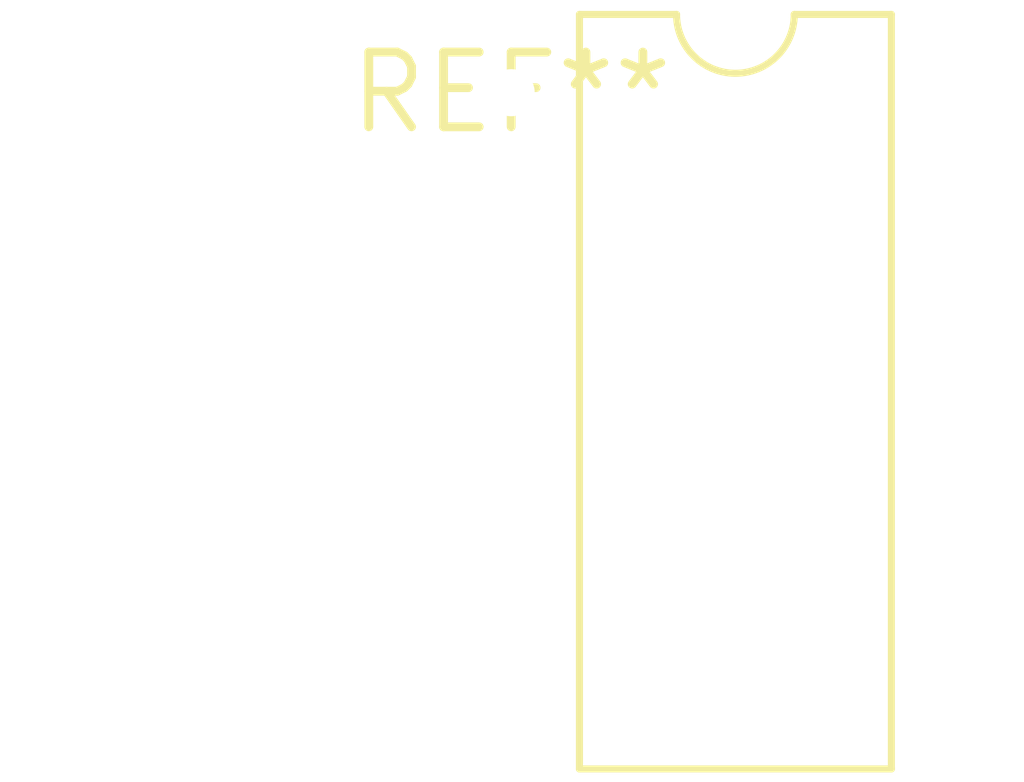
<source format=kicad_pcb>
(kicad_pcb (version 20240108) (generator pcbnew)
  (layers (0 "F.Cu" signal) (31 "B.Cu" signal) (34 "B.Paste" user) (35 "F.Paste" user) (36 "B.SilkS" user "B.Silkscreen") (37 "F.SilkS" user "F.Silkscreen") (38 "B.Mask" user) (39 "F.Mask" user) (44 "Edge.Cuts" user))
  (net 0 "")
  (footprint "DIP-10_W7.62mm" (layer "F.Cu") (at 0 0)
    (property "Reference" "REF**")
    (property "Value" "DIP-10_W7.62mm")
    (fp_line (start 1.16 -1.33) (end 1.16 11.49) (layer "F.SilkS") (stroke (width 0.12)))
    (fp_line (start 1.16 11.49) (end 6.46 11.49) (layer "F.SilkS") (stroke (width 0.12)))
    (fp_line (start 2.81 -1.33) (end 1.16 -1.33) (layer "F.SilkS") (stroke (width 0.12)))
    (fp_line (start 6.46 -1.33) (end 4.81 -1.33) (layer "F.SilkS") (stroke (width 0.12)))
    (fp_line (start 6.46 11.49) (end 6.46 -1.33) (layer "F.SilkS") (stroke (width 0.12)))
    (fp_arc (start 4.81 -1.33) (mid 3.81 -0.33) (end 2.81 -1.33) (layer "F.SilkS") (stroke (width 0.12)))
    (pad "1" thru_hole rect (at 0 0) (size 1.6 1.6) (drill 0.8) (layers *.Cu *.Mask) (remove_unused_layers))
    (pad "2" thru_hole oval (at 0 2.54) (size 1.6 1.6) (drill 0.8) (layers *.Cu *.Mask) (remove_unused_layers))
    (pad "3" thru_hole oval (at 0 5.08) (size 1.6 1.6) (drill 0.8) (layers *.Cu *.Mask) (remove_unused_layers))
    (pad "4" thru_hole oval (at 0 7.62) (size 1.6 1.6) (drill 0.8) (layers *.Cu *.Mask) (remove_unused_layers))
    (pad "5" thru_hole oval (at 0 10.16) (size 1.6 1.6) (drill 0.8) (layers *.Cu *.Mask) (remove_unused_layers))
    (pad "6" thru_hole oval (at 7.62 10.16) (size 1.6 1.6) (drill 0.8) (layers *.Cu *.Mask) (remove_unused_layers))
    (pad "7" thru_hole oval (at 7.62 7.62) (size 1.6 1.6) (drill 0.8) (layers *.Cu *.Mask) (remove_unused_layers))
    (pad "8" thru_hole oval (at 7.62 5.08) (size 1.6 1.6) (drill 0.8) (layers *.Cu *.Mask) (remove_unused_layers))
    (pad "9" thru_hole oval (at 7.62 2.54) (size 1.6 1.6) (drill 0.8) (layers *.Cu *.Mask) (remove_unused_layers))
    (pad "10" thru_hole oval (at 7.62 0) (size 1.6 1.6) (drill 0.8) (layers *.Cu *.Mask) (remove_unused_layers))
  )
)
</source>
